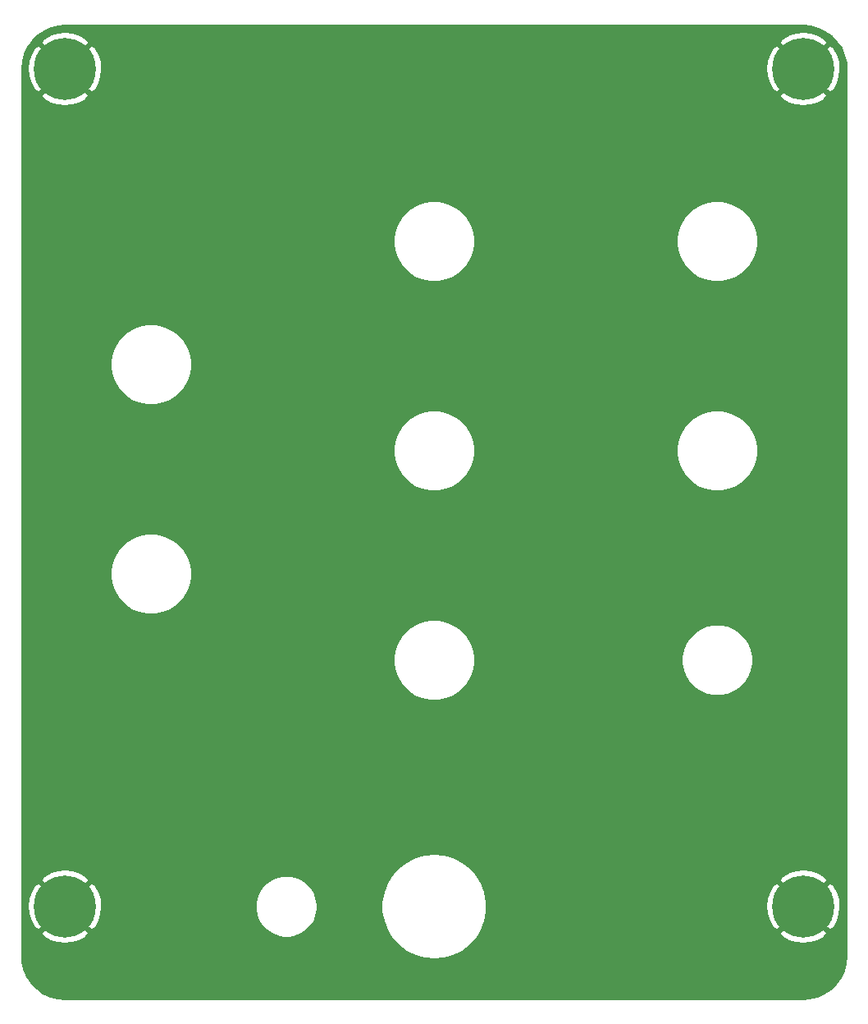
<source format=gbl>
G04 #@! TF.GenerationSoftware,KiCad,Pcbnew,5.1.10-88a1d61d58~88~ubuntu20.04.1*
G04 #@! TF.CreationDate,2021-06-29T16:29:24-04:00*
G04 #@! TF.ProjectId,whooshy_sound_front_panel,77686f6f-7368-4795-9f73-6f756e645f66,0*
G04 #@! TF.SameCoordinates,Original*
G04 #@! TF.FileFunction,Copper,L2,Bot*
G04 #@! TF.FilePolarity,Positive*
%FSLAX46Y46*%
G04 Gerber Fmt 4.6, Leading zero omitted, Abs format (unit mm)*
G04 Created by KiCad (PCBNEW 5.1.10-88a1d61d58~88~ubuntu20.04.1) date 2021-06-29 16:29:24*
%MOMM*%
%LPD*%
G01*
G04 APERTURE LIST*
G04 #@! TA.AperFunction,ComponentPad*
%ADD10C,6.400000*%
G04 #@! TD*
G04 #@! TA.AperFunction,ComponentPad*
%ADD11C,0.800000*%
G04 #@! TD*
G04 #@! TA.AperFunction,Conductor*
%ADD12C,0.254000*%
G04 #@! TD*
G04 #@! TA.AperFunction,Conductor*
%ADD13C,0.100000*%
G04 #@! TD*
G04 APERTURE END LIST*
D10*
X154940000Y-40640000D03*
D11*
X157340000Y-40640000D03*
X156637056Y-42337056D03*
X154940000Y-43040000D03*
X153242944Y-42337056D03*
X152540000Y-40640000D03*
X153242944Y-38942944D03*
X154940000Y-38240000D03*
X156637056Y-38942944D03*
D10*
X78740000Y-40640000D03*
D11*
X81140000Y-40640000D03*
X80437056Y-42337056D03*
X78740000Y-43040000D03*
X77042944Y-42337056D03*
X76340000Y-40640000D03*
X77042944Y-38942944D03*
X78740000Y-38240000D03*
X80437056Y-38942944D03*
X156637056Y-125302944D03*
X154940000Y-124600000D03*
X153242944Y-125302944D03*
X152540000Y-127000000D03*
X153242944Y-128697056D03*
X154940000Y-129400000D03*
X156637056Y-128697056D03*
X157340000Y-127000000D03*
D10*
X154940000Y-127000000D03*
D11*
X80437056Y-125302944D03*
X78740000Y-124600000D03*
X77042944Y-125302944D03*
X76340000Y-127000000D03*
X77042944Y-128697056D03*
X78740000Y-129400000D03*
X80437056Y-128697056D03*
X81140000Y-127000000D03*
D10*
X78740000Y-127000000D03*
D12*
X155722249Y-36292437D02*
X156479774Y-36499672D01*
X157188625Y-36837777D01*
X157826404Y-37296067D01*
X158372946Y-37860055D01*
X158810977Y-38511913D01*
X159126651Y-39231038D01*
X159311206Y-39999768D01*
X159360001Y-40664221D01*
X159360000Y-132050608D01*
X159287563Y-132862249D01*
X159080328Y-133619774D01*
X158742221Y-134328627D01*
X158283928Y-134966410D01*
X157719945Y-135512946D01*
X157068085Y-135950978D01*
X156348963Y-136266651D01*
X155580232Y-136451206D01*
X154915792Y-136500000D01*
X78769392Y-136500000D01*
X77957751Y-136427563D01*
X77200226Y-136220328D01*
X76491373Y-135882221D01*
X75853590Y-135423928D01*
X75307054Y-134859945D01*
X74869022Y-134208085D01*
X74553349Y-133488963D01*
X74368794Y-132720232D01*
X74320000Y-132055792D01*
X74320000Y-129700881D01*
X76218724Y-129700881D01*
X76578912Y-130190548D01*
X77242882Y-130550849D01*
X77964385Y-130774694D01*
X78715695Y-130853480D01*
X79467938Y-130784178D01*
X80192208Y-130569452D01*
X80860670Y-130217555D01*
X80901088Y-130190548D01*
X81261276Y-129700881D01*
X78740000Y-127179605D01*
X76218724Y-129700881D01*
X74320000Y-129700881D01*
X74320000Y-126975695D01*
X74886520Y-126975695D01*
X74955822Y-127727938D01*
X75170548Y-128452208D01*
X75522445Y-129120670D01*
X75549452Y-129161088D01*
X76039119Y-129521276D01*
X78560395Y-127000000D01*
X78919605Y-127000000D01*
X81440881Y-129521276D01*
X81930548Y-129161088D01*
X82290849Y-128497118D01*
X82514694Y-127775615D01*
X82593480Y-127024305D01*
X82562074Y-126683405D01*
X98385553Y-126683405D01*
X98385553Y-127316595D01*
X98509083Y-127937620D01*
X98751394Y-128522611D01*
X99103176Y-129049090D01*
X99550910Y-129496824D01*
X100077389Y-129848606D01*
X100662380Y-130090917D01*
X101283405Y-130214447D01*
X101916595Y-130214447D01*
X102537620Y-130090917D01*
X103122611Y-129848606D01*
X103649090Y-129496824D01*
X104096824Y-129049090D01*
X104448606Y-128522611D01*
X104690917Y-127937620D01*
X104814447Y-127316595D01*
X104814447Y-126683405D01*
X104776846Y-126494369D01*
X111383377Y-126494369D01*
X111383377Y-127505631D01*
X111569195Y-128499673D01*
X111934505Y-129442646D01*
X112466866Y-130302438D01*
X113148148Y-131049769D01*
X113955152Y-131659190D01*
X114860396Y-132109948D01*
X115833053Y-132386693D01*
X116840000Y-132480000D01*
X117846947Y-132386693D01*
X118819604Y-132109948D01*
X119724848Y-131659190D01*
X120531852Y-131049769D01*
X121213134Y-130302438D01*
X121585602Y-129700881D01*
X152418724Y-129700881D01*
X152778912Y-130190548D01*
X153442882Y-130550849D01*
X154164385Y-130774694D01*
X154915695Y-130853480D01*
X155667938Y-130784178D01*
X156392208Y-130569452D01*
X157060670Y-130217555D01*
X157101088Y-130190548D01*
X157461276Y-129700881D01*
X154940000Y-127179605D01*
X152418724Y-129700881D01*
X121585602Y-129700881D01*
X121745495Y-129442646D01*
X122110805Y-128499673D01*
X122296623Y-127505631D01*
X122296623Y-126975695D01*
X151086520Y-126975695D01*
X151155822Y-127727938D01*
X151370548Y-128452208D01*
X151722445Y-129120670D01*
X151749452Y-129161088D01*
X152239119Y-129521276D01*
X154760395Y-127000000D01*
X155119605Y-127000000D01*
X157640881Y-129521276D01*
X158130548Y-129161088D01*
X158490849Y-128497118D01*
X158714694Y-127775615D01*
X158793480Y-127024305D01*
X158724178Y-126272062D01*
X158509452Y-125547792D01*
X158157555Y-124879330D01*
X158130548Y-124838912D01*
X157640881Y-124478724D01*
X155119605Y-127000000D01*
X154760395Y-127000000D01*
X152239119Y-124478724D01*
X151749452Y-124838912D01*
X151389151Y-125502882D01*
X151165306Y-126224385D01*
X151086520Y-126975695D01*
X122296623Y-126975695D01*
X122296623Y-126494369D01*
X122110805Y-125500327D01*
X121745495Y-124557354D01*
X121585603Y-124299119D01*
X152418724Y-124299119D01*
X154940000Y-126820395D01*
X157461276Y-124299119D01*
X157101088Y-123809452D01*
X156437118Y-123449151D01*
X155715615Y-123225306D01*
X154964305Y-123146520D01*
X154212062Y-123215822D01*
X153487792Y-123430548D01*
X152819330Y-123782445D01*
X152778912Y-123809452D01*
X152418724Y-124299119D01*
X121585603Y-124299119D01*
X121213134Y-123697562D01*
X120531852Y-122950231D01*
X119724848Y-122340810D01*
X118819604Y-121890052D01*
X117846947Y-121613307D01*
X116840000Y-121520000D01*
X115833053Y-121613307D01*
X114860396Y-121890052D01*
X113955152Y-122340810D01*
X113148148Y-122950231D01*
X112466866Y-123697562D01*
X111934505Y-124557354D01*
X111569195Y-125500327D01*
X111383377Y-126494369D01*
X104776846Y-126494369D01*
X104690917Y-126062380D01*
X104448606Y-125477389D01*
X104096824Y-124950910D01*
X103649090Y-124503176D01*
X103122611Y-124151394D01*
X102537620Y-123909083D01*
X101916595Y-123785553D01*
X101283405Y-123785553D01*
X100662380Y-123909083D01*
X100077389Y-124151394D01*
X99550910Y-124503176D01*
X99103176Y-124950910D01*
X98751394Y-125477389D01*
X98509083Y-126062380D01*
X98385553Y-126683405D01*
X82562074Y-126683405D01*
X82524178Y-126272062D01*
X82309452Y-125547792D01*
X81957555Y-124879330D01*
X81930548Y-124838912D01*
X81440881Y-124478724D01*
X78919605Y-127000000D01*
X78560395Y-127000000D01*
X76039119Y-124478724D01*
X75549452Y-124838912D01*
X75189151Y-125502882D01*
X74965306Y-126224385D01*
X74886520Y-126975695D01*
X74320000Y-126975695D01*
X74320000Y-124299119D01*
X76218724Y-124299119D01*
X78740000Y-126820395D01*
X81261276Y-124299119D01*
X80901088Y-123809452D01*
X80237118Y-123449151D01*
X79515615Y-123225306D01*
X78764305Y-123146520D01*
X78012062Y-123215822D01*
X77287792Y-123430548D01*
X76619330Y-123782445D01*
X76578912Y-123809452D01*
X76218724Y-124299119D01*
X74320000Y-124299119D01*
X74320000Y-101185387D01*
X112630369Y-101185387D01*
X112630369Y-102014613D01*
X112792142Y-102827904D01*
X113109473Y-103594008D01*
X113570166Y-104283484D01*
X114156516Y-104869834D01*
X114845992Y-105330527D01*
X115612096Y-105647858D01*
X116425387Y-105809631D01*
X117254613Y-105809631D01*
X118067904Y-105647858D01*
X118834008Y-105330527D01*
X119523484Y-104869834D01*
X120109834Y-104283484D01*
X120570527Y-103594008D01*
X120887858Y-102827904D01*
X121049631Y-102014613D01*
X121049631Y-101234396D01*
X142337961Y-101234396D01*
X142337961Y-101965604D01*
X142480613Y-102682762D01*
X142760434Y-103358310D01*
X143166671Y-103966287D01*
X143683713Y-104483329D01*
X144291690Y-104889566D01*
X144967238Y-105169387D01*
X145684396Y-105312039D01*
X146415604Y-105312039D01*
X147132762Y-105169387D01*
X147808310Y-104889566D01*
X148416287Y-104483329D01*
X148933329Y-103966287D01*
X149339566Y-103358310D01*
X149619387Y-102682762D01*
X149762039Y-101965604D01*
X149762039Y-101234396D01*
X149619387Y-100517238D01*
X149339566Y-99841690D01*
X148933329Y-99233713D01*
X148416287Y-98716671D01*
X147808310Y-98310434D01*
X147132762Y-98030613D01*
X146415604Y-97887961D01*
X145684396Y-97887961D01*
X144967238Y-98030613D01*
X144291690Y-98310434D01*
X143683713Y-98716671D01*
X143166671Y-99233713D01*
X142760434Y-99841690D01*
X142480613Y-100517238D01*
X142337961Y-101234396D01*
X121049631Y-101234396D01*
X121049631Y-101185387D01*
X120887858Y-100372096D01*
X120570527Y-99605992D01*
X120109834Y-98916516D01*
X119523484Y-98330166D01*
X118834008Y-97869473D01*
X118067904Y-97552142D01*
X117254613Y-97390369D01*
X116425387Y-97390369D01*
X115612096Y-97552142D01*
X114845992Y-97869473D01*
X114156516Y-98330166D01*
X113570166Y-98916516D01*
X113109473Y-99605992D01*
X112792142Y-100372096D01*
X112630369Y-101185387D01*
X74320000Y-101185387D01*
X74320000Y-92295387D01*
X83420369Y-92295387D01*
X83420369Y-93124613D01*
X83582142Y-93937904D01*
X83899473Y-94704008D01*
X84360166Y-95393484D01*
X84946516Y-95979834D01*
X85635992Y-96440527D01*
X86402096Y-96757858D01*
X87215387Y-96919631D01*
X88044613Y-96919631D01*
X88857904Y-96757858D01*
X89624008Y-96440527D01*
X90313484Y-95979834D01*
X90899834Y-95393484D01*
X91360527Y-94704008D01*
X91677858Y-93937904D01*
X91839631Y-93124613D01*
X91839631Y-92295387D01*
X91677858Y-91482096D01*
X91360527Y-90715992D01*
X90899834Y-90026516D01*
X90313484Y-89440166D01*
X89624008Y-88979473D01*
X88857904Y-88662142D01*
X88044613Y-88500369D01*
X87215387Y-88500369D01*
X86402096Y-88662142D01*
X85635992Y-88979473D01*
X84946516Y-89440166D01*
X84360166Y-90026516D01*
X83899473Y-90715992D01*
X83582142Y-91482096D01*
X83420369Y-92295387D01*
X74320000Y-92295387D01*
X74320000Y-79595387D01*
X112630369Y-79595387D01*
X112630369Y-80424613D01*
X112792142Y-81237904D01*
X113109473Y-82004008D01*
X113570166Y-82693484D01*
X114156516Y-83279834D01*
X114845992Y-83740527D01*
X115612096Y-84057858D01*
X116425387Y-84219631D01*
X117254613Y-84219631D01*
X118067904Y-84057858D01*
X118834008Y-83740527D01*
X119523484Y-83279834D01*
X120109834Y-82693484D01*
X120570527Y-82004008D01*
X120887858Y-81237904D01*
X121049631Y-80424613D01*
X121049631Y-79595387D01*
X141840369Y-79595387D01*
X141840369Y-80424613D01*
X142002142Y-81237904D01*
X142319473Y-82004008D01*
X142780166Y-82693484D01*
X143366516Y-83279834D01*
X144055992Y-83740527D01*
X144822096Y-84057858D01*
X145635387Y-84219631D01*
X146464613Y-84219631D01*
X147277904Y-84057858D01*
X148044008Y-83740527D01*
X148733484Y-83279834D01*
X149319834Y-82693484D01*
X149780527Y-82004008D01*
X150097858Y-81237904D01*
X150259631Y-80424613D01*
X150259631Y-79595387D01*
X150097858Y-78782096D01*
X149780527Y-78015992D01*
X149319834Y-77326516D01*
X148733484Y-76740166D01*
X148044008Y-76279473D01*
X147277904Y-75962142D01*
X146464613Y-75800369D01*
X145635387Y-75800369D01*
X144822096Y-75962142D01*
X144055992Y-76279473D01*
X143366516Y-76740166D01*
X142780166Y-77326516D01*
X142319473Y-78015992D01*
X142002142Y-78782096D01*
X141840369Y-79595387D01*
X121049631Y-79595387D01*
X120887858Y-78782096D01*
X120570527Y-78015992D01*
X120109834Y-77326516D01*
X119523484Y-76740166D01*
X118834008Y-76279473D01*
X118067904Y-75962142D01*
X117254613Y-75800369D01*
X116425387Y-75800369D01*
X115612096Y-75962142D01*
X114845992Y-76279473D01*
X114156516Y-76740166D01*
X113570166Y-77326516D01*
X113109473Y-78015992D01*
X112792142Y-78782096D01*
X112630369Y-79595387D01*
X74320000Y-79595387D01*
X74320000Y-70705387D01*
X83420369Y-70705387D01*
X83420369Y-71534613D01*
X83582142Y-72347904D01*
X83899473Y-73114008D01*
X84360166Y-73803484D01*
X84946516Y-74389834D01*
X85635992Y-74850527D01*
X86402096Y-75167858D01*
X87215387Y-75329631D01*
X88044613Y-75329631D01*
X88857904Y-75167858D01*
X89624008Y-74850527D01*
X90313484Y-74389834D01*
X90899834Y-73803484D01*
X91360527Y-73114008D01*
X91677858Y-72347904D01*
X91839631Y-71534613D01*
X91839631Y-70705387D01*
X91677858Y-69892096D01*
X91360527Y-69125992D01*
X90899834Y-68436516D01*
X90313484Y-67850166D01*
X89624008Y-67389473D01*
X88857904Y-67072142D01*
X88044613Y-66910369D01*
X87215387Y-66910369D01*
X86402096Y-67072142D01*
X85635992Y-67389473D01*
X84946516Y-67850166D01*
X84360166Y-68436516D01*
X83899473Y-69125992D01*
X83582142Y-69892096D01*
X83420369Y-70705387D01*
X74320000Y-70705387D01*
X74320000Y-58005387D01*
X112630369Y-58005387D01*
X112630369Y-58834613D01*
X112792142Y-59647904D01*
X113109473Y-60414008D01*
X113570166Y-61103484D01*
X114156516Y-61689834D01*
X114845992Y-62150527D01*
X115612096Y-62467858D01*
X116425387Y-62629631D01*
X117254613Y-62629631D01*
X118067904Y-62467858D01*
X118834008Y-62150527D01*
X119523484Y-61689834D01*
X120109834Y-61103484D01*
X120570527Y-60414008D01*
X120887858Y-59647904D01*
X121049631Y-58834613D01*
X121049631Y-58005387D01*
X141840369Y-58005387D01*
X141840369Y-58834613D01*
X142002142Y-59647904D01*
X142319473Y-60414008D01*
X142780166Y-61103484D01*
X143366516Y-61689834D01*
X144055992Y-62150527D01*
X144822096Y-62467858D01*
X145635387Y-62629631D01*
X146464613Y-62629631D01*
X147277904Y-62467858D01*
X148044008Y-62150527D01*
X148733484Y-61689834D01*
X149319834Y-61103484D01*
X149780527Y-60414008D01*
X150097858Y-59647904D01*
X150259631Y-58834613D01*
X150259631Y-58005387D01*
X150097858Y-57192096D01*
X149780527Y-56425992D01*
X149319834Y-55736516D01*
X148733484Y-55150166D01*
X148044008Y-54689473D01*
X147277904Y-54372142D01*
X146464613Y-54210369D01*
X145635387Y-54210369D01*
X144822096Y-54372142D01*
X144055992Y-54689473D01*
X143366516Y-55150166D01*
X142780166Y-55736516D01*
X142319473Y-56425992D01*
X142002142Y-57192096D01*
X141840369Y-58005387D01*
X121049631Y-58005387D01*
X120887858Y-57192096D01*
X120570527Y-56425992D01*
X120109834Y-55736516D01*
X119523484Y-55150166D01*
X118834008Y-54689473D01*
X118067904Y-54372142D01*
X117254613Y-54210369D01*
X116425387Y-54210369D01*
X115612096Y-54372142D01*
X114845992Y-54689473D01*
X114156516Y-55150166D01*
X113570166Y-55736516D01*
X113109473Y-56425992D01*
X112792142Y-57192096D01*
X112630369Y-58005387D01*
X74320000Y-58005387D01*
X74320000Y-43340881D01*
X76218724Y-43340881D01*
X76578912Y-43830548D01*
X77242882Y-44190849D01*
X77964385Y-44414694D01*
X78715695Y-44493480D01*
X79467938Y-44424178D01*
X80192208Y-44209452D01*
X80860670Y-43857555D01*
X80901088Y-43830548D01*
X81261276Y-43340881D01*
X152418724Y-43340881D01*
X152778912Y-43830548D01*
X153442882Y-44190849D01*
X154164385Y-44414694D01*
X154915695Y-44493480D01*
X155667938Y-44424178D01*
X156392208Y-44209452D01*
X157060670Y-43857555D01*
X157101088Y-43830548D01*
X157461276Y-43340881D01*
X154940000Y-40819605D01*
X152418724Y-43340881D01*
X81261276Y-43340881D01*
X78740000Y-40819605D01*
X76218724Y-43340881D01*
X74320000Y-43340881D01*
X74320000Y-40669392D01*
X74324792Y-40615695D01*
X74886520Y-40615695D01*
X74955822Y-41367938D01*
X75170548Y-42092208D01*
X75522445Y-42760670D01*
X75549452Y-42801088D01*
X76039119Y-43161276D01*
X78560395Y-40640000D01*
X78919605Y-40640000D01*
X81440881Y-43161276D01*
X81930548Y-42801088D01*
X82290849Y-42137118D01*
X82514694Y-41415615D01*
X82593480Y-40664305D01*
X82589002Y-40615695D01*
X151086520Y-40615695D01*
X151155822Y-41367938D01*
X151370548Y-42092208D01*
X151722445Y-42760670D01*
X151749452Y-42801088D01*
X152239119Y-43161276D01*
X154760395Y-40640000D01*
X155119605Y-40640000D01*
X157640881Y-43161276D01*
X158130548Y-42801088D01*
X158490849Y-42137118D01*
X158714694Y-41415615D01*
X158793480Y-40664305D01*
X158724178Y-39912062D01*
X158509452Y-39187792D01*
X158157555Y-38519330D01*
X158130548Y-38478912D01*
X157640881Y-38118724D01*
X155119605Y-40640000D01*
X154760395Y-40640000D01*
X152239119Y-38118724D01*
X151749452Y-38478912D01*
X151389151Y-39142882D01*
X151165306Y-39864385D01*
X151086520Y-40615695D01*
X82589002Y-40615695D01*
X82524178Y-39912062D01*
X82309452Y-39187792D01*
X81957555Y-38519330D01*
X81930548Y-38478912D01*
X81440881Y-38118724D01*
X78919605Y-40640000D01*
X78560395Y-40640000D01*
X76039119Y-38118724D01*
X75549452Y-38478912D01*
X75189151Y-39142882D01*
X74965306Y-39864385D01*
X74886520Y-40615695D01*
X74324792Y-40615695D01*
X74392437Y-39857751D01*
X74599672Y-39100226D01*
X74937777Y-38391375D01*
X75262755Y-37939119D01*
X76218724Y-37939119D01*
X78740000Y-40460395D01*
X81261276Y-37939119D01*
X152418724Y-37939119D01*
X154940000Y-40460395D01*
X157461276Y-37939119D01*
X157101088Y-37449452D01*
X156437118Y-37089151D01*
X155715615Y-36865306D01*
X154964305Y-36786520D01*
X154212062Y-36855822D01*
X153487792Y-37070548D01*
X152819330Y-37422445D01*
X152778912Y-37449452D01*
X152418724Y-37939119D01*
X81261276Y-37939119D01*
X80901088Y-37449452D01*
X80237118Y-37089151D01*
X79515615Y-36865306D01*
X78764305Y-36786520D01*
X78012062Y-36855822D01*
X77287792Y-37070548D01*
X76619330Y-37422445D01*
X76578912Y-37449452D01*
X76218724Y-37939119D01*
X75262755Y-37939119D01*
X75396067Y-37753596D01*
X75960055Y-37207054D01*
X76611913Y-36769023D01*
X77331038Y-36453349D01*
X78099768Y-36268794D01*
X78764207Y-36220000D01*
X154910608Y-36220000D01*
X155722249Y-36292437D01*
G04 #@! TA.AperFunction,Conductor*
D13*
G36*
X155722249Y-36292437D02*
G01*
X156479774Y-36499672D01*
X157188625Y-36837777D01*
X157826404Y-37296067D01*
X158372946Y-37860055D01*
X158810977Y-38511913D01*
X159126651Y-39231038D01*
X159311206Y-39999768D01*
X159360001Y-40664221D01*
X159360000Y-132050608D01*
X159287563Y-132862249D01*
X159080328Y-133619774D01*
X158742221Y-134328627D01*
X158283928Y-134966410D01*
X157719945Y-135512946D01*
X157068085Y-135950978D01*
X156348963Y-136266651D01*
X155580232Y-136451206D01*
X154915792Y-136500000D01*
X78769392Y-136500000D01*
X77957751Y-136427563D01*
X77200226Y-136220328D01*
X76491373Y-135882221D01*
X75853590Y-135423928D01*
X75307054Y-134859945D01*
X74869022Y-134208085D01*
X74553349Y-133488963D01*
X74368794Y-132720232D01*
X74320000Y-132055792D01*
X74320000Y-129700881D01*
X76218724Y-129700881D01*
X76578912Y-130190548D01*
X77242882Y-130550849D01*
X77964385Y-130774694D01*
X78715695Y-130853480D01*
X79467938Y-130784178D01*
X80192208Y-130569452D01*
X80860670Y-130217555D01*
X80901088Y-130190548D01*
X81261276Y-129700881D01*
X78740000Y-127179605D01*
X76218724Y-129700881D01*
X74320000Y-129700881D01*
X74320000Y-126975695D01*
X74886520Y-126975695D01*
X74955822Y-127727938D01*
X75170548Y-128452208D01*
X75522445Y-129120670D01*
X75549452Y-129161088D01*
X76039119Y-129521276D01*
X78560395Y-127000000D01*
X78919605Y-127000000D01*
X81440881Y-129521276D01*
X81930548Y-129161088D01*
X82290849Y-128497118D01*
X82514694Y-127775615D01*
X82593480Y-127024305D01*
X82562074Y-126683405D01*
X98385553Y-126683405D01*
X98385553Y-127316595D01*
X98509083Y-127937620D01*
X98751394Y-128522611D01*
X99103176Y-129049090D01*
X99550910Y-129496824D01*
X100077389Y-129848606D01*
X100662380Y-130090917D01*
X101283405Y-130214447D01*
X101916595Y-130214447D01*
X102537620Y-130090917D01*
X103122611Y-129848606D01*
X103649090Y-129496824D01*
X104096824Y-129049090D01*
X104448606Y-128522611D01*
X104690917Y-127937620D01*
X104814447Y-127316595D01*
X104814447Y-126683405D01*
X104776846Y-126494369D01*
X111383377Y-126494369D01*
X111383377Y-127505631D01*
X111569195Y-128499673D01*
X111934505Y-129442646D01*
X112466866Y-130302438D01*
X113148148Y-131049769D01*
X113955152Y-131659190D01*
X114860396Y-132109948D01*
X115833053Y-132386693D01*
X116840000Y-132480000D01*
X117846947Y-132386693D01*
X118819604Y-132109948D01*
X119724848Y-131659190D01*
X120531852Y-131049769D01*
X121213134Y-130302438D01*
X121585602Y-129700881D01*
X152418724Y-129700881D01*
X152778912Y-130190548D01*
X153442882Y-130550849D01*
X154164385Y-130774694D01*
X154915695Y-130853480D01*
X155667938Y-130784178D01*
X156392208Y-130569452D01*
X157060670Y-130217555D01*
X157101088Y-130190548D01*
X157461276Y-129700881D01*
X154940000Y-127179605D01*
X152418724Y-129700881D01*
X121585602Y-129700881D01*
X121745495Y-129442646D01*
X122110805Y-128499673D01*
X122296623Y-127505631D01*
X122296623Y-126975695D01*
X151086520Y-126975695D01*
X151155822Y-127727938D01*
X151370548Y-128452208D01*
X151722445Y-129120670D01*
X151749452Y-129161088D01*
X152239119Y-129521276D01*
X154760395Y-127000000D01*
X155119605Y-127000000D01*
X157640881Y-129521276D01*
X158130548Y-129161088D01*
X158490849Y-128497118D01*
X158714694Y-127775615D01*
X158793480Y-127024305D01*
X158724178Y-126272062D01*
X158509452Y-125547792D01*
X158157555Y-124879330D01*
X158130548Y-124838912D01*
X157640881Y-124478724D01*
X155119605Y-127000000D01*
X154760395Y-127000000D01*
X152239119Y-124478724D01*
X151749452Y-124838912D01*
X151389151Y-125502882D01*
X151165306Y-126224385D01*
X151086520Y-126975695D01*
X122296623Y-126975695D01*
X122296623Y-126494369D01*
X122110805Y-125500327D01*
X121745495Y-124557354D01*
X121585603Y-124299119D01*
X152418724Y-124299119D01*
X154940000Y-126820395D01*
X157461276Y-124299119D01*
X157101088Y-123809452D01*
X156437118Y-123449151D01*
X155715615Y-123225306D01*
X154964305Y-123146520D01*
X154212062Y-123215822D01*
X153487792Y-123430548D01*
X152819330Y-123782445D01*
X152778912Y-123809452D01*
X152418724Y-124299119D01*
X121585603Y-124299119D01*
X121213134Y-123697562D01*
X120531852Y-122950231D01*
X119724848Y-122340810D01*
X118819604Y-121890052D01*
X117846947Y-121613307D01*
X116840000Y-121520000D01*
X115833053Y-121613307D01*
X114860396Y-121890052D01*
X113955152Y-122340810D01*
X113148148Y-122950231D01*
X112466866Y-123697562D01*
X111934505Y-124557354D01*
X111569195Y-125500327D01*
X111383377Y-126494369D01*
X104776846Y-126494369D01*
X104690917Y-126062380D01*
X104448606Y-125477389D01*
X104096824Y-124950910D01*
X103649090Y-124503176D01*
X103122611Y-124151394D01*
X102537620Y-123909083D01*
X101916595Y-123785553D01*
X101283405Y-123785553D01*
X100662380Y-123909083D01*
X100077389Y-124151394D01*
X99550910Y-124503176D01*
X99103176Y-124950910D01*
X98751394Y-125477389D01*
X98509083Y-126062380D01*
X98385553Y-126683405D01*
X82562074Y-126683405D01*
X82524178Y-126272062D01*
X82309452Y-125547792D01*
X81957555Y-124879330D01*
X81930548Y-124838912D01*
X81440881Y-124478724D01*
X78919605Y-127000000D01*
X78560395Y-127000000D01*
X76039119Y-124478724D01*
X75549452Y-124838912D01*
X75189151Y-125502882D01*
X74965306Y-126224385D01*
X74886520Y-126975695D01*
X74320000Y-126975695D01*
X74320000Y-124299119D01*
X76218724Y-124299119D01*
X78740000Y-126820395D01*
X81261276Y-124299119D01*
X80901088Y-123809452D01*
X80237118Y-123449151D01*
X79515615Y-123225306D01*
X78764305Y-123146520D01*
X78012062Y-123215822D01*
X77287792Y-123430548D01*
X76619330Y-123782445D01*
X76578912Y-123809452D01*
X76218724Y-124299119D01*
X74320000Y-124299119D01*
X74320000Y-101185387D01*
X112630369Y-101185387D01*
X112630369Y-102014613D01*
X112792142Y-102827904D01*
X113109473Y-103594008D01*
X113570166Y-104283484D01*
X114156516Y-104869834D01*
X114845992Y-105330527D01*
X115612096Y-105647858D01*
X116425387Y-105809631D01*
X117254613Y-105809631D01*
X118067904Y-105647858D01*
X118834008Y-105330527D01*
X119523484Y-104869834D01*
X120109834Y-104283484D01*
X120570527Y-103594008D01*
X120887858Y-102827904D01*
X121049631Y-102014613D01*
X121049631Y-101234396D01*
X142337961Y-101234396D01*
X142337961Y-101965604D01*
X142480613Y-102682762D01*
X142760434Y-103358310D01*
X143166671Y-103966287D01*
X143683713Y-104483329D01*
X144291690Y-104889566D01*
X144967238Y-105169387D01*
X145684396Y-105312039D01*
X146415604Y-105312039D01*
X147132762Y-105169387D01*
X147808310Y-104889566D01*
X148416287Y-104483329D01*
X148933329Y-103966287D01*
X149339566Y-103358310D01*
X149619387Y-102682762D01*
X149762039Y-101965604D01*
X149762039Y-101234396D01*
X149619387Y-100517238D01*
X149339566Y-99841690D01*
X148933329Y-99233713D01*
X148416287Y-98716671D01*
X147808310Y-98310434D01*
X147132762Y-98030613D01*
X146415604Y-97887961D01*
X145684396Y-97887961D01*
X144967238Y-98030613D01*
X144291690Y-98310434D01*
X143683713Y-98716671D01*
X143166671Y-99233713D01*
X142760434Y-99841690D01*
X142480613Y-100517238D01*
X142337961Y-101234396D01*
X121049631Y-101234396D01*
X121049631Y-101185387D01*
X120887858Y-100372096D01*
X120570527Y-99605992D01*
X120109834Y-98916516D01*
X119523484Y-98330166D01*
X118834008Y-97869473D01*
X118067904Y-97552142D01*
X117254613Y-97390369D01*
X116425387Y-97390369D01*
X115612096Y-97552142D01*
X114845992Y-97869473D01*
X114156516Y-98330166D01*
X113570166Y-98916516D01*
X113109473Y-99605992D01*
X112792142Y-100372096D01*
X112630369Y-101185387D01*
X74320000Y-101185387D01*
X74320000Y-92295387D01*
X83420369Y-92295387D01*
X83420369Y-93124613D01*
X83582142Y-93937904D01*
X83899473Y-94704008D01*
X84360166Y-95393484D01*
X84946516Y-95979834D01*
X85635992Y-96440527D01*
X86402096Y-96757858D01*
X87215387Y-96919631D01*
X88044613Y-96919631D01*
X88857904Y-96757858D01*
X89624008Y-96440527D01*
X90313484Y-95979834D01*
X90899834Y-95393484D01*
X91360527Y-94704008D01*
X91677858Y-93937904D01*
X91839631Y-93124613D01*
X91839631Y-92295387D01*
X91677858Y-91482096D01*
X91360527Y-90715992D01*
X90899834Y-90026516D01*
X90313484Y-89440166D01*
X89624008Y-88979473D01*
X88857904Y-88662142D01*
X88044613Y-88500369D01*
X87215387Y-88500369D01*
X86402096Y-88662142D01*
X85635992Y-88979473D01*
X84946516Y-89440166D01*
X84360166Y-90026516D01*
X83899473Y-90715992D01*
X83582142Y-91482096D01*
X83420369Y-92295387D01*
X74320000Y-92295387D01*
X74320000Y-79595387D01*
X112630369Y-79595387D01*
X112630369Y-80424613D01*
X112792142Y-81237904D01*
X113109473Y-82004008D01*
X113570166Y-82693484D01*
X114156516Y-83279834D01*
X114845992Y-83740527D01*
X115612096Y-84057858D01*
X116425387Y-84219631D01*
X117254613Y-84219631D01*
X118067904Y-84057858D01*
X118834008Y-83740527D01*
X119523484Y-83279834D01*
X120109834Y-82693484D01*
X120570527Y-82004008D01*
X120887858Y-81237904D01*
X121049631Y-80424613D01*
X121049631Y-79595387D01*
X141840369Y-79595387D01*
X141840369Y-80424613D01*
X142002142Y-81237904D01*
X142319473Y-82004008D01*
X142780166Y-82693484D01*
X143366516Y-83279834D01*
X144055992Y-83740527D01*
X144822096Y-84057858D01*
X145635387Y-84219631D01*
X146464613Y-84219631D01*
X147277904Y-84057858D01*
X148044008Y-83740527D01*
X148733484Y-83279834D01*
X149319834Y-82693484D01*
X149780527Y-82004008D01*
X150097858Y-81237904D01*
X150259631Y-80424613D01*
X150259631Y-79595387D01*
X150097858Y-78782096D01*
X149780527Y-78015992D01*
X149319834Y-77326516D01*
X148733484Y-76740166D01*
X148044008Y-76279473D01*
X147277904Y-75962142D01*
X146464613Y-75800369D01*
X145635387Y-75800369D01*
X144822096Y-75962142D01*
X144055992Y-76279473D01*
X143366516Y-76740166D01*
X142780166Y-77326516D01*
X142319473Y-78015992D01*
X142002142Y-78782096D01*
X141840369Y-79595387D01*
X121049631Y-79595387D01*
X120887858Y-78782096D01*
X120570527Y-78015992D01*
X120109834Y-77326516D01*
X119523484Y-76740166D01*
X118834008Y-76279473D01*
X118067904Y-75962142D01*
X117254613Y-75800369D01*
X116425387Y-75800369D01*
X115612096Y-75962142D01*
X114845992Y-76279473D01*
X114156516Y-76740166D01*
X113570166Y-77326516D01*
X113109473Y-78015992D01*
X112792142Y-78782096D01*
X112630369Y-79595387D01*
X74320000Y-79595387D01*
X74320000Y-70705387D01*
X83420369Y-70705387D01*
X83420369Y-71534613D01*
X83582142Y-72347904D01*
X83899473Y-73114008D01*
X84360166Y-73803484D01*
X84946516Y-74389834D01*
X85635992Y-74850527D01*
X86402096Y-75167858D01*
X87215387Y-75329631D01*
X88044613Y-75329631D01*
X88857904Y-75167858D01*
X89624008Y-74850527D01*
X90313484Y-74389834D01*
X90899834Y-73803484D01*
X91360527Y-73114008D01*
X91677858Y-72347904D01*
X91839631Y-71534613D01*
X91839631Y-70705387D01*
X91677858Y-69892096D01*
X91360527Y-69125992D01*
X90899834Y-68436516D01*
X90313484Y-67850166D01*
X89624008Y-67389473D01*
X88857904Y-67072142D01*
X88044613Y-66910369D01*
X87215387Y-66910369D01*
X86402096Y-67072142D01*
X85635992Y-67389473D01*
X84946516Y-67850166D01*
X84360166Y-68436516D01*
X83899473Y-69125992D01*
X83582142Y-69892096D01*
X83420369Y-70705387D01*
X74320000Y-70705387D01*
X74320000Y-58005387D01*
X112630369Y-58005387D01*
X112630369Y-58834613D01*
X112792142Y-59647904D01*
X113109473Y-60414008D01*
X113570166Y-61103484D01*
X114156516Y-61689834D01*
X114845992Y-62150527D01*
X115612096Y-62467858D01*
X116425387Y-62629631D01*
X117254613Y-62629631D01*
X118067904Y-62467858D01*
X118834008Y-62150527D01*
X119523484Y-61689834D01*
X120109834Y-61103484D01*
X120570527Y-60414008D01*
X120887858Y-59647904D01*
X121049631Y-58834613D01*
X121049631Y-58005387D01*
X141840369Y-58005387D01*
X141840369Y-58834613D01*
X142002142Y-59647904D01*
X142319473Y-60414008D01*
X142780166Y-61103484D01*
X143366516Y-61689834D01*
X144055992Y-62150527D01*
X144822096Y-62467858D01*
X145635387Y-62629631D01*
X146464613Y-62629631D01*
X147277904Y-62467858D01*
X148044008Y-62150527D01*
X148733484Y-61689834D01*
X149319834Y-61103484D01*
X149780527Y-60414008D01*
X150097858Y-59647904D01*
X150259631Y-58834613D01*
X150259631Y-58005387D01*
X150097858Y-57192096D01*
X149780527Y-56425992D01*
X149319834Y-55736516D01*
X148733484Y-55150166D01*
X148044008Y-54689473D01*
X147277904Y-54372142D01*
X146464613Y-54210369D01*
X145635387Y-54210369D01*
X144822096Y-54372142D01*
X144055992Y-54689473D01*
X143366516Y-55150166D01*
X142780166Y-55736516D01*
X142319473Y-56425992D01*
X142002142Y-57192096D01*
X141840369Y-58005387D01*
X121049631Y-58005387D01*
X120887858Y-57192096D01*
X120570527Y-56425992D01*
X120109834Y-55736516D01*
X119523484Y-55150166D01*
X118834008Y-54689473D01*
X118067904Y-54372142D01*
X117254613Y-54210369D01*
X116425387Y-54210369D01*
X115612096Y-54372142D01*
X114845992Y-54689473D01*
X114156516Y-55150166D01*
X113570166Y-55736516D01*
X113109473Y-56425992D01*
X112792142Y-57192096D01*
X112630369Y-58005387D01*
X74320000Y-58005387D01*
X74320000Y-43340881D01*
X76218724Y-43340881D01*
X76578912Y-43830548D01*
X77242882Y-44190849D01*
X77964385Y-44414694D01*
X78715695Y-44493480D01*
X79467938Y-44424178D01*
X80192208Y-44209452D01*
X80860670Y-43857555D01*
X80901088Y-43830548D01*
X81261276Y-43340881D01*
X152418724Y-43340881D01*
X152778912Y-43830548D01*
X153442882Y-44190849D01*
X154164385Y-44414694D01*
X154915695Y-44493480D01*
X155667938Y-44424178D01*
X156392208Y-44209452D01*
X157060670Y-43857555D01*
X157101088Y-43830548D01*
X157461276Y-43340881D01*
X154940000Y-40819605D01*
X152418724Y-43340881D01*
X81261276Y-43340881D01*
X78740000Y-40819605D01*
X76218724Y-43340881D01*
X74320000Y-43340881D01*
X74320000Y-40669392D01*
X74324792Y-40615695D01*
X74886520Y-40615695D01*
X74955822Y-41367938D01*
X75170548Y-42092208D01*
X75522445Y-42760670D01*
X75549452Y-42801088D01*
X76039119Y-43161276D01*
X78560395Y-40640000D01*
X78919605Y-40640000D01*
X81440881Y-43161276D01*
X81930548Y-42801088D01*
X82290849Y-42137118D01*
X82514694Y-41415615D01*
X82593480Y-40664305D01*
X82589002Y-40615695D01*
X151086520Y-40615695D01*
X151155822Y-41367938D01*
X151370548Y-42092208D01*
X151722445Y-42760670D01*
X151749452Y-42801088D01*
X152239119Y-43161276D01*
X154760395Y-40640000D01*
X155119605Y-40640000D01*
X157640881Y-43161276D01*
X158130548Y-42801088D01*
X158490849Y-42137118D01*
X158714694Y-41415615D01*
X158793480Y-40664305D01*
X158724178Y-39912062D01*
X158509452Y-39187792D01*
X158157555Y-38519330D01*
X158130548Y-38478912D01*
X157640881Y-38118724D01*
X155119605Y-40640000D01*
X154760395Y-40640000D01*
X152239119Y-38118724D01*
X151749452Y-38478912D01*
X151389151Y-39142882D01*
X151165306Y-39864385D01*
X151086520Y-40615695D01*
X82589002Y-40615695D01*
X82524178Y-39912062D01*
X82309452Y-39187792D01*
X81957555Y-38519330D01*
X81930548Y-38478912D01*
X81440881Y-38118724D01*
X78919605Y-40640000D01*
X78560395Y-40640000D01*
X76039119Y-38118724D01*
X75549452Y-38478912D01*
X75189151Y-39142882D01*
X74965306Y-39864385D01*
X74886520Y-40615695D01*
X74324792Y-40615695D01*
X74392437Y-39857751D01*
X74599672Y-39100226D01*
X74937777Y-38391375D01*
X75262755Y-37939119D01*
X76218724Y-37939119D01*
X78740000Y-40460395D01*
X81261276Y-37939119D01*
X152418724Y-37939119D01*
X154940000Y-40460395D01*
X157461276Y-37939119D01*
X157101088Y-37449452D01*
X156437118Y-37089151D01*
X155715615Y-36865306D01*
X154964305Y-36786520D01*
X154212062Y-36855822D01*
X153487792Y-37070548D01*
X152819330Y-37422445D01*
X152778912Y-37449452D01*
X152418724Y-37939119D01*
X81261276Y-37939119D01*
X80901088Y-37449452D01*
X80237118Y-37089151D01*
X79515615Y-36865306D01*
X78764305Y-36786520D01*
X78012062Y-36855822D01*
X77287792Y-37070548D01*
X76619330Y-37422445D01*
X76578912Y-37449452D01*
X76218724Y-37939119D01*
X75262755Y-37939119D01*
X75396067Y-37753596D01*
X75960055Y-37207054D01*
X76611913Y-36769023D01*
X77331038Y-36453349D01*
X78099768Y-36268794D01*
X78764207Y-36220000D01*
X154910608Y-36220000D01*
X155722249Y-36292437D01*
G37*
G04 #@! TD.AperFunction*
M02*

</source>
